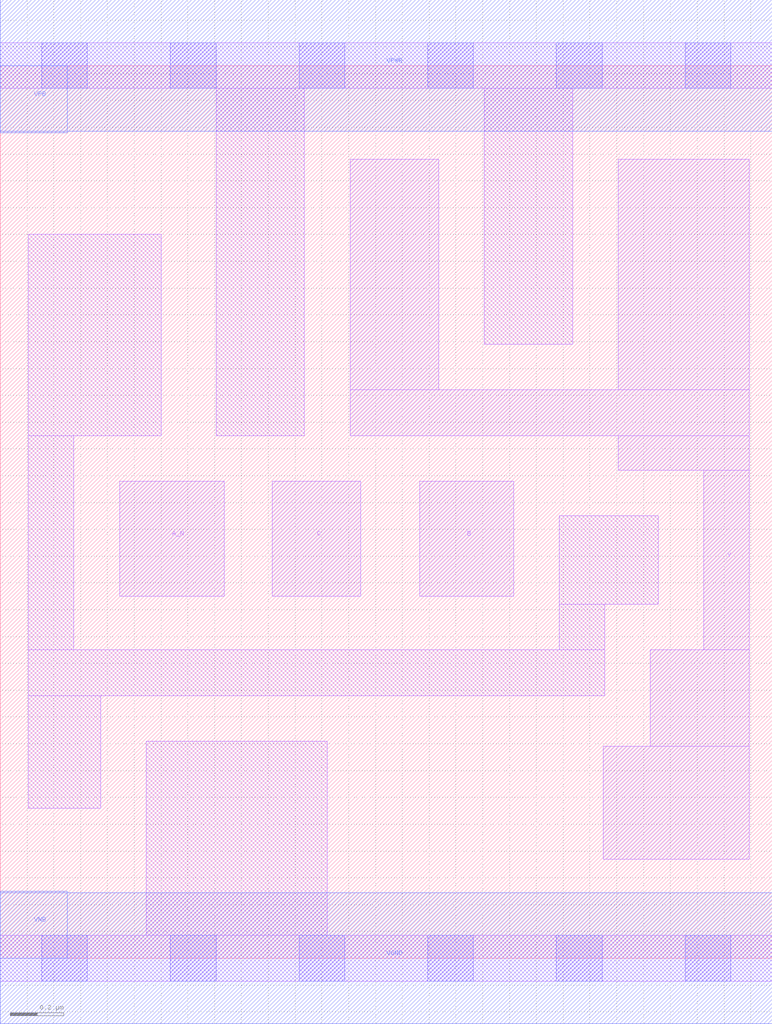
<source format=lef>
# Copyright 2020 The SkyWater PDK Authors
#
# Licensed under the Apache License, Version 2.0 (the "License");
# you may not use this file except in compliance with the License.
# You may obtain a copy of the License at
#
#     https://www.apache.org/licenses/LICENSE-2.0
#
# Unless required by applicable law or agreed to in writing, software
# distributed under the License is distributed on an "AS IS" BASIS,
# WITHOUT WARRANTIES OR CONDITIONS OF ANY KIND, either express or implied.
# See the License for the specific language governing permissions and
# limitations under the License.
#
# SPDX-License-Identifier: Apache-2.0

VERSION 5.5 ;
NAMESCASESENSITIVE ON ;
BUSBITCHARS "[]" ;
DIVIDERCHAR "/" ;
MACRO sky130_fd_sc_hs__nand3b_1
  CLASS CORE ;
  SOURCE USER ;
  ORIGIN  0.000000  0.000000 ;
  SIZE  2.880000 BY  3.330000 ;
  SYMMETRY X Y ;
  SITE unit ;
  PIN A_N
    ANTENNAGATEAREA  0.208000 ;
    DIRECTION INPUT ;
    USE SIGNAL ;
    PORT
      LAYER li1 ;
        RECT 0.445000 1.350000 0.835000 1.780000 ;
    END
  END A_N
  PIN B
    ANTENNAGATEAREA  0.279000 ;
    DIRECTION INPUT ;
    USE SIGNAL ;
    PORT
      LAYER li1 ;
        RECT 1.565000 1.350000 1.915000 1.780000 ;
    END
  END B
  PIN C
    ANTENNAGATEAREA  0.279000 ;
    DIRECTION INPUT ;
    USE SIGNAL ;
    PORT
      LAYER li1 ;
        RECT 1.015000 1.350000 1.345000 1.780000 ;
    END
  END C
  PIN Y
    ANTENNADIFFAREA  1.006800 ;
    DIRECTION OUTPUT ;
    USE SIGNAL ;
    PORT
      LAYER li1 ;
        RECT 1.305000 1.950000 2.795000 2.120000 ;
        RECT 1.305000 2.120000 1.635000 2.980000 ;
        RECT 2.250000 0.370000 2.795000 0.790000 ;
        RECT 2.305000 1.820000 2.795000 1.950000 ;
        RECT 2.305000 2.120000 2.795000 2.980000 ;
        RECT 2.425000 0.790000 2.795000 1.150000 ;
        RECT 2.625000 1.150000 2.795000 1.820000 ;
    END
  END Y
  PIN VGND
    DIRECTION INOUT ;
    USE GROUND ;
    PORT
      LAYER met1 ;
        RECT 0.000000 -0.245000 2.880000 0.245000 ;
    END
  END VGND
  PIN VNB
    DIRECTION INOUT ;
    USE GROUND ;
    PORT
    END
  END VNB
  PIN VPB
    DIRECTION INOUT ;
    USE POWER ;
    PORT
    END
  END VPB
  PIN VNB
    DIRECTION INOUT ;
    USE GROUND ;
    PORT
      LAYER met1 ;
        RECT 0.000000 0.000000 0.250000 0.250000 ;
    END
  END VNB
  PIN VPB
    DIRECTION INOUT ;
    USE POWER ;
    PORT
      LAYER met1 ;
        RECT 0.000000 3.080000 0.250000 3.330000 ;
    END
  END VPB
  PIN VPWR
    DIRECTION INOUT ;
    USE POWER ;
    PORT
      LAYER met1 ;
        RECT 0.000000 3.085000 2.880000 3.575000 ;
    END
  END VPWR
  OBS
    LAYER li1 ;
      RECT 0.000000 -0.085000 2.880000 0.085000 ;
      RECT 0.000000  3.245000 2.880000 3.415000 ;
      RECT 0.105000  0.560000 0.375000 0.980000 ;
      RECT 0.105000  0.980000 2.255000 1.150000 ;
      RECT 0.105000  1.150000 0.275000 1.950000 ;
      RECT 0.105000  1.950000 0.600000 2.700000 ;
      RECT 0.545000  0.085000 1.220000 0.810000 ;
      RECT 0.805000  1.950000 1.135000 3.245000 ;
      RECT 1.805000  2.290000 2.135000 3.245000 ;
      RECT 2.085000  1.150000 2.255000 1.320000 ;
      RECT 2.085000  1.320000 2.455000 1.650000 ;
    LAYER mcon ;
      RECT 0.155000 -0.085000 0.325000 0.085000 ;
      RECT 0.155000  3.245000 0.325000 3.415000 ;
      RECT 0.635000 -0.085000 0.805000 0.085000 ;
      RECT 0.635000  3.245000 0.805000 3.415000 ;
      RECT 1.115000 -0.085000 1.285000 0.085000 ;
      RECT 1.115000  3.245000 1.285000 3.415000 ;
      RECT 1.595000 -0.085000 1.765000 0.085000 ;
      RECT 1.595000  3.245000 1.765000 3.415000 ;
      RECT 2.075000 -0.085000 2.245000 0.085000 ;
      RECT 2.075000  3.245000 2.245000 3.415000 ;
      RECT 2.555000 -0.085000 2.725000 0.085000 ;
      RECT 2.555000  3.245000 2.725000 3.415000 ;
  END
END sky130_fd_sc_hs__nand3b_1
END LIBRARY

</source>
